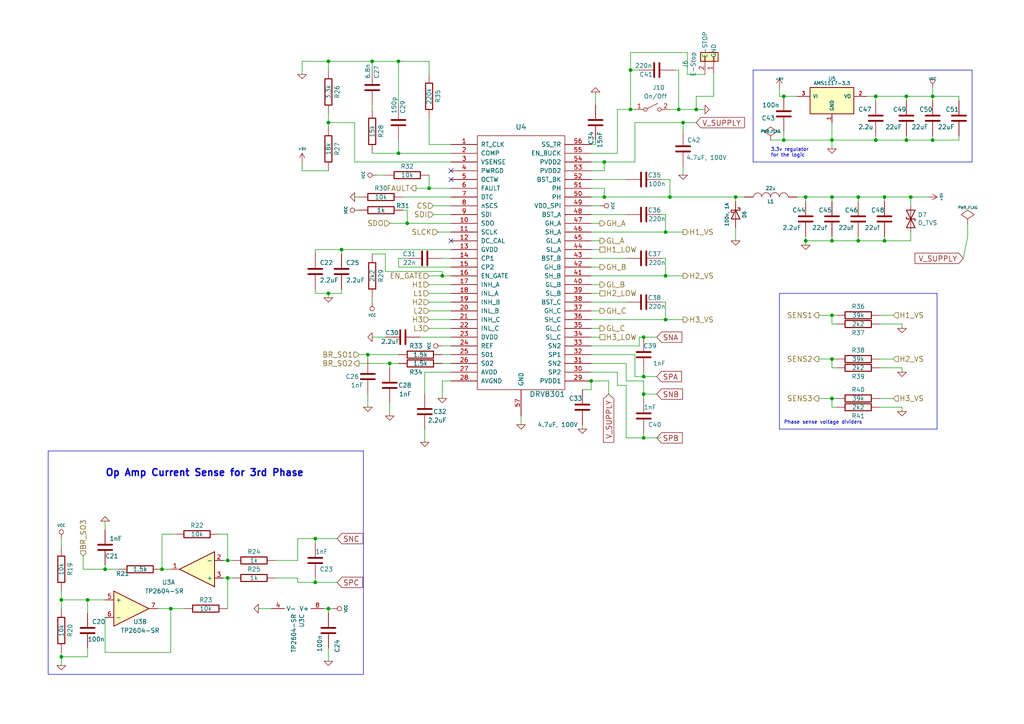
<source format=kicad_sch>
(kicad_sch (version 20230121) (generator eeschema)
  (paper "A4")
  (title_block (title "Cheap FOCer 2") (date "2020-04-08") (rev "0.9") (company "Shaman Systems") (comment 1 "Root") (comment 4 "Top level"))
  (junction (at 256.54 69.85))
  (junction (at 106.68 102.87))
  (junction (at 233.68 57.15))
  (junction (at 213.36 57.15))
  (junction (at 198.12 35.56))
  (junction (at 46.99 165.1))
  (junction (at 186.69 127))
  (junction (at 196.85 31.75))
  (junction (at 193.04 80.01))
  (junction (at 49.53 176.53))
  (junction (at 30.48 165.1))
  (junction (at 95.25 176.53))
  (junction (at 182.88 31.75))
  (junction (at 248.92 57.15))
  (junction (at 95.25 85.09))
  (junction (at 227.33 40.64))
  (junction (at 91.44 156.21))
  (junction (at 115.57 17.78))
  (junction (at 99.06 72.39))
  (junction (at 186.69 109.22))
  (junction (at 264.16 57.15))
  (junction (at 241.3 104.14))
  (junction (at 193.04 67.31))
  (junction (at 254 40.64))
  (junction (at 193.04 92.71))
  (junction (at 186.69 114.3))
  (junction (at 256.54 57.15))
  (junction (at 254 27.94))
  (junction (at 241.3 91.44))
  (junction (at 182.88 20.32))
  (junction (at 118.11 64.77))
  (junction (at 17.78 190.5))
  (junction (at 241.3 40.64))
  (junction (at 201.93 31.75))
  (junction (at 262.89 40.64))
  (junction (at 175.26 46.99))
  (junction (at 270.51 27.94))
  (junction (at 91.44 168.91))
  (junction (at 107.95 17.78))
  (junction (at 66.04 167.64))
  (junction (at 95.25 35.56))
  (junction (at 194.31 57.15))
  (junction (at 233.68 69.85))
  (junction (at 241.3 57.15))
  (junction (at 186.69 97.79))
  (junction (at 227.33 27.94))
  (junction (at 113.03 105.41))
  (junction (at 175.26 57.15))
  (junction (at 241.3 115.57))
  (junction (at 115.57 44.45))
  (junction (at 66.04 162.56))
  (junction (at 95.25 17.78))
  (junction (at 124.46 54.61))
  (junction (at 270.51 40.64))
  (junction (at 241.3 69.85))
  (junction (at 17.78 173.99))
  (junction (at 262.89 27.94))
  (junction (at 128.27 80.01))
  (junction (at 248.92 69.85))
  (junction (at 171.45 110.49))
  (junction (at 25.4 173.99))
  (no_connect (at 130.81 69.85))
  (no_connect (at 130.81 52.07))
  (no_connect (at 130.81 49.53))
  (wire (pts (xy 17.78 193.04) (xy 17.78 190.5)))
  (wire (pts (xy 255.27 106.68) (xy 261.62 106.68)))
  (wire (pts (xy 181.61 52.07) (xy 171.45 52.07)))
  (wire (pts (xy 191.77 52.07) (xy 194.31 52.07)))
  (wire (pts (xy 123.19 107.95) (xy 130.81 107.95)))
  (wire (pts (xy 255.27 91.44) (xy 259.08 91.44)))
  (wire (pts (xy 184.15 102.87) (xy 184.15 109.22)))
  (wire (pts (xy 115.57 74.93) (xy 115.57 77.47)))
  (wire (pts (xy 241.3 58.42) (xy 241.3 57.15)))
  (wire (pts (xy 182.88 20.32) (xy 182.88 31.75)))
  (wire (pts (xy 213.36 58.42) (xy 213.36 57.15)))
  (wire (pts (xy 193.04 67.31) (xy 198.12 67.31)))
  (wire (pts (xy 241.3 68.58) (xy 241.3 69.85)))
  (wire (pts (xy 237.49 115.57) (xy 241.3 115.57)))
  (wire (pts (xy 104.14 102.87) (xy 106.68 102.87)))
  (wire (pts (xy 173.99 85.09) (xy 171.45 85.09)))
  (wire (pts (xy 168.91 123.19) (xy 168.91 124.46)))
  (wire (pts (xy 49.53 189.23) (xy 49.53 176.53)))
  (wire (pts (xy 227.33 38.1) (xy 227.33 40.64)))
  (wire (pts (xy 111.76 97.79) (xy 107.95 97.79)))
  (wire (pts (xy 86.36 168.91) (xy 86.36 167.64)))
  (wire (pts (xy 241.3 115.57) (xy 242.57 115.57)))
  (wire (pts (xy 107.95 20.32) (xy 107.95 17.78)))
  (wire (pts (xy 124.46 92.71) (xy 130.81 92.71)))
  (wire (pts (xy 124.46 17.78) (xy 115.57 17.78)))
  (wire (pts (xy 95.25 49.53) (xy 87.63 49.53)))
  (wire (pts (xy 130.81 90.17) (xy 124.46 90.17)))
  (wire (pts (xy 30.48 179.07) (xy 30.48 189.23)))
  (wire (pts (xy 184.15 35.56) (xy 184.15 46.99)))
  (wire (pts (xy 181.61 62.23) (xy 171.45 62.23)))
  (wire (pts (xy 262.89 27.94) (xy 262.89 29.21)))
  (wire (pts (xy 124.46 54.61) (xy 130.81 54.61)))
  (wire (pts (xy 182.88 31.75) (xy 184.15 31.75)))
  (wire (pts (xy 113.03 120.65) (xy 113.03 116.84)))
  (wire (pts (xy 66.04 154.94) (xy 66.04 162.56)))
  (wire (pts (xy 175.26 49.53) (xy 171.45 49.53)))
  (wire (pts (xy 241.3 91.44) (xy 242.57 91.44)))
  (wire (pts (xy 242.57 118.11) (xy 241.3 118.11)))
  (wire (pts (xy 24.13 161.29) (xy 24.13 165.1)))
  (wire (pts (xy 74.93 176.53) (xy 78.74 176.53)))
  (wire (pts (xy 237.49 104.14) (xy 241.3 104.14)))
  (wire (pts (xy 49.53 176.53) (xy 45.72 176.53)))
  (wire (pts (xy 99.06 72.39) (xy 130.81 72.39)))
  (wire (pts (xy 171.45 46.99) (xy 175.26 46.99)))
  (wire (pts (xy 128.27 78.74) (xy 128.27 80.01)))
  (wire (pts (xy 128.27 110.49) (xy 128.27 115.57)))
  (wire (pts (xy 171.45 97.79) (xy 173.99 97.79)))
  (wire (pts (xy 193.04 80.01) (xy 198.12 80.01)))
  (wire (pts (xy 111.76 78.74) (xy 128.27 78.74)))
  (polyline (pts (xy 226.06 124.46) (xy 271.78 124.46)))
  (wire (pts (xy 95.25 191.77) (xy 95.25 187.96)))
  (wire (pts (xy 241.3 35.56) (xy 241.3 40.64)))
  (wire (pts (xy 241.3 40.64) (xy 254 40.64)))
  (wire (pts (xy 175.26 46.99) (xy 175.26 49.53)))
  (wire (pts (xy 198.12 38.1) (xy 198.12 35.56)))
  (wire (pts (xy 173.99 59.69) (xy 171.45 59.69)))
  (wire (pts (xy 67.31 162.56) (xy 66.04 162.56)))
  (wire (pts (xy 116.84 60.96) (xy 118.11 60.96)))
  (wire (pts (xy 181.61 74.93) (xy 171.45 74.93)))
  (wire (pts (xy 17.78 173.99) (xy 17.78 176.53)))
  (wire (pts (xy 186.69 115.57) (xy 186.69 114.3)))
  (wire (pts (xy 115.57 30.48) (xy 115.57 17.78)))
  (wire (pts (xy 124.46 95.25) (xy 130.81 95.25)))
  (wire (pts (xy 179.07 31.75) (xy 179.07 44.45)))
  (wire (pts (xy 173.99 90.17) (xy 171.45 90.17)))
  (wire (pts (xy 49.53 165.1) (xy 46.99 165.1)))
  (wire (pts (xy 50.8 154.94) (xy 46.99 154.94)))
  (wire (pts (xy 179.07 44.45) (xy 171.45 44.45)))
  (wire (pts (xy 171.45 80.01) (xy 193.04 80.01)))
  (wire (pts (xy 270.51 25.4) (xy 270.51 27.94)))
  (wire (pts (xy 86.36 156.21) (xy 86.36 162.56)))
  (wire (pts (xy 173.99 95.25) (xy 171.45 95.25)))
  (wire (pts (xy 107.95 87.63) (xy 107.95 86.36)))
  (wire (pts (xy 66.04 167.64) (xy 67.31 167.64)))
  (wire (pts (xy 193.04 74.93) (xy 191.77 74.93)))
  (wire (pts (xy 213.36 66.04) (xy 213.36 69.85)))
  (wire (pts (xy 125.73 59.69) (xy 130.81 59.69)))
  (polyline (pts (xy 281.94 20.32) (xy 218.44 20.32)))
  (wire (pts (xy 241.3 69.85) (xy 248.92 69.85)))
  (wire (pts (xy 280.67 64.77) (xy 280.67 68.58)))
  (wire (pts (xy 199.39 15.24) (xy 182.88 15.24)))
  (wire (pts (xy 241.3 40.64) (xy 241.3 43.18)))
  (wire (pts (xy 204.47 21.59) (xy 199.39 21.59)))
  (wire (pts (xy 95.25 176.53) (xy 93.98 176.53)))
  (wire (pts (xy 124.46 80.01) (xy 128.27 80.01)))
  (wire (pts (xy 193.04 62.23) (xy 191.77 62.23)))
  (wire (pts (xy 186.69 127) (xy 191.77 127)))
  (wire (pts (xy 30.48 151.13) (xy 30.48 153.67)))
  (wire (pts (xy 255.27 93.98) (xy 261.62 93.98)))
  (wire (pts (xy 262.89 27.94) (xy 270.51 27.94)))
  (wire (pts (xy 87.63 49.53) (xy 87.63 46.99)))
  (wire (pts (xy 233.68 57.15) (xy 233.68 58.42)))
  (wire (pts (xy 213.36 57.15) (xy 215.9 57.15)))
  (wire (pts (xy 130.81 85.09) (xy 124.46 85.09)))
  (wire (pts (xy 107.95 17.78) (xy 95.25 17.78)))
  (wire (pts (xy 171.45 107.95) (xy 179.07 107.95)))
  (wire (pts (xy 241.3 118.11) (xy 241.3 115.57)))
  (wire (pts (xy 278.13 39.37) (xy 278.13 40.64)))
  (wire (pts (xy 128.27 110.49) (xy 130.81 110.49)))
  (wire (pts (xy 173.99 64.77) (xy 171.45 64.77)))
  (wire (pts (xy 173.99 82.55) (xy 171.45 82.55)))
  (wire (pts (xy 91.44 85.09) (xy 91.44 83.82)))
  (wire (pts (xy 255.27 115.57) (xy 259.08 115.57)))
  (wire (pts (xy 233.68 71.12) (xy 233.68 69.85)))
  (polyline (pts (xy 13.97 130.81) (xy 105.41 130.81)))
  (wire (pts (xy 255.27 118.11) (xy 261.62 118.11)))
  (wire (pts (xy 262.89 39.37) (xy 262.89 40.64)))
  (wire (pts (xy 207.01 27.94) (xy 201.93 27.94)))
  (wire (pts (xy 241.3 106.68) (xy 242.57 106.68)))
  (wire (pts (xy 95.25 177.8) (xy 95.25 176.53)))
  (wire (pts (xy 270.51 27.94) (xy 270.51 29.21)))
  (wire (pts (xy 179.07 111.76) (xy 179.07 107.95)))
  (wire (pts (xy 124.46 87.63) (xy 130.81 87.63)))
  (wire (pts (xy 262.89 40.64) (xy 270.51 40.64)))
  (wire (pts (xy 124.46 41.91) (xy 124.46 34.29)))
  (wire (pts (xy 128.27 100.33) (xy 130.81 100.33)))
  (wire (pts (xy 130.81 64.77) (xy 118.11 64.77)))
  (wire (pts (xy 96.52 176.53) (xy 95.25 176.53)))
  (polyline (pts (xy 271.78 85.09) (xy 226.06 85.09)))
  (wire (pts (xy 113.03 105.41) (xy 115.57 105.41)))
  (wire (pts (xy 25.4 177.8) (xy 25.4 173.99)))
  (wire (pts (xy 227.33 27.94) (xy 231.14 27.94)))
  (wire (pts (xy 128.27 80.01) (xy 130.81 80.01)))
  (wire (pts (xy 128.27 74.93) (xy 130.81 74.93)))
  (wire (pts (xy 193.04 87.63) (xy 191.77 87.63)))
  (wire (pts (xy 17.78 156.21) (xy 17.78 158.75)))
  (wire (pts (xy 107.95 44.45) (xy 115.57 44.45)))
  (wire (pts (xy 201.93 27.94) (xy 201.93 31.75)))
  (wire (pts (xy 270.51 40.64) (xy 270.51 39.37)))
  (wire (pts (xy 226.06 27.94) (xy 226.06 25.4)))
  (wire (pts (xy 118.11 74.93) (xy 115.57 74.93)))
  (wire (pts (xy 25.4 173.99) (xy 30.48 173.99)))
  (wire (pts (xy 280.67 68.58) (xy 279.4 74.93)))
  (wire (pts (xy 248.92 58.42) (xy 248.92 57.15)))
  (wire (pts (xy 233.68 69.85) (xy 233.68 68.58)))
  (wire (pts (xy 30.48 165.1) (xy 34.29 165.1)))
  (wire (pts (xy 102.87 46.99) (xy 102.87 35.56)))
  (wire (pts (xy 256.54 58.42) (xy 256.54 57.15)))
  (wire (pts (xy 17.78 173.99) (xy 25.4 173.99)))
  (wire (pts (xy 95.25 20.32) (xy 95.25 17.78)))
  (wire (pts (xy 171.45 92.71) (xy 193.04 92.71)))
  (wire (pts (xy 237.49 91.44) (xy 241.3 91.44)))
  (wire (pts (xy 91.44 157.48) (xy 91.44 156.21)))
  (wire (pts (xy 151.13 120.65) (xy 151.13 123.19)))
  (polyline (pts (xy 13.97 195.58) (xy 105.41 195.58)))
  (wire (pts (xy 241.3 104.14) (xy 241.3 106.68)))
  (wire (pts (xy 199.39 21.59) (xy 199.39 15.24)))
  (wire (pts (xy 186.69 127) (xy 181.61 127)))
  (wire (pts (xy 91.44 168.91) (xy 97.79 168.91)))
  (wire (pts (xy 186.69 114.3) (xy 190.5 114.3)))
  (wire (pts (xy 99.06 73.66) (xy 99.06 72.39)))
  (wire (pts (xy 255.27 104.14) (xy 259.08 104.14)))
  (wire (pts (xy 196.85 31.75) (xy 201.93 31.75)))
  (wire (pts (xy 109.22 50.8) (xy 111.76 50.8)))
  (wire (pts (xy 185.42 20.32) (xy 182.88 20.32)))
  (wire (pts (xy 179.07 31.75) (xy 182.88 31.75)))
  (wire (pts (xy 128.27 105.41) (xy 130.81 105.41)))
  (wire (pts (xy 91.44 156.21) (xy 97.79 156.21)))
  (wire (pts (xy 104.14 105.41) (xy 113.03 105.41)))
  (wire (pts (xy 46.99 154.94) (xy 46.99 165.1)))
  (wire (pts (xy 175.26 57.15) (xy 194.31 57.15)))
  (wire (pts (xy 87.63 17.78) (xy 87.63 21.59)))
  (wire (pts (xy 17.78 190.5) (xy 17.78 189.23)))
  (wire (pts (xy 181.61 127) (xy 181.61 111.76)))
  (wire (pts (xy 186.69 125.73) (xy 186.69 127)))
  (wire (pts (xy 241.3 57.15) (xy 248.92 57.15)))
  (wire (pts (xy 186.69 109.22) (xy 184.15 109.22)))
  (polyline (pts (xy 281.94 46.99) (xy 281.94 20.32)))
  (wire (pts (xy 128.27 102.87) (xy 130.81 102.87)))
  (wire (pts (xy 227.33 40.64) (xy 241.3 40.64)))
  (wire (pts (xy 106.68 104.14) (xy 106.68 102.87)))
  (wire (pts (xy 106.68 118.11) (xy 106.68 114.3)))
  (wire (pts (xy 25.4 187.96) (xy 25.4 190.5)))
  (wire (pts (xy 173.99 69.85) (xy 171.45 69.85)))
  (wire (pts (xy 115.57 40.64) (xy 115.57 44.45)))
  (wire (pts (xy 185.42 97.79) (xy 185.42 100.33)))
  (wire (pts (xy 171.45 54.61) (xy 175.26 54.61)))
  (wire (pts (xy 91.44 168.91) (xy 86.36 168.91)))
  (wire (pts (xy 181.61 111.76) (xy 179.07 111.76)))
  (wire (pts (xy 171.45 113.03) (xy 168.91 113.03)))
  (wire (pts (xy 185.42 97.79) (xy 186.69 97.79)))
  (wire (pts (xy 30.48 163.83) (xy 30.48 165.1)))
  (wire (pts (xy 241.3 93.98) (xy 241.3 91.44)))
  (polyline (pts (xy 218.44 46.99) (xy 281.94 46.99)))
  (wire (pts (xy 184.15 46.99) (xy 175.26 46.99)))
  (wire (pts (xy 66.04 176.53) (xy 66.04 167.64)))
  (wire (pts (xy 256.54 57.15) (xy 264.16 57.15)))
  (wire (pts (xy 241.3 104.14) (xy 242.57 104.14)))
  (wire (pts (xy 207.01 21.59) (xy 207.01 27.94)))
  (wire (pts (xy 53.34 176.53) (xy 49.53 176.53)))
  (wire (pts (xy 99.06 85.09) (xy 95.25 85.09)))
  (wire (pts (xy 248.92 57.15) (xy 256.54 57.15)))
  (wire (pts (xy 130.81 46.99) (xy 102.87 46.99)))
  (polyline (pts (xy 105.41 130.81) (xy 105.41 195.58)))
  (wire (pts (xy 256.54 69.85) (xy 248.92 69.85)))
  (wire (pts (xy 171.45 72.39) (xy 173.99 72.39)))
  (polyline (pts (xy 226.06 85.09) (xy 226.06 124.46)))
  (wire (pts (xy 86.36 156.21) (xy 91.44 156.21)))
  (wire (pts (xy 181.61 110.49) (xy 186.69 110.49)))
  (wire (pts (xy 91.44 167.64) (xy 91.44 168.91)))
  (wire (pts (xy 107.95 73.66) (xy 111.76 73.66)))
  (wire (pts (xy 172.72 41.91) (xy 172.72 40.64)))
  (wire (pts (xy 175.26 54.61) (xy 175.26 57.15)))
  (wire (pts (xy 194.31 52.07) (xy 194.31 57.15)))
  (wire (pts (xy 193.04 74.93) (xy 193.04 80.01)))
  (wire (pts (xy 173.99 77.47) (xy 171.45 77.47)))
  (wire (pts (xy 111.76 73.66) (xy 111.76 78.74)))
  (wire (pts (xy 80.01 167.64) (xy 86.36 167.64)))
  (wire (pts (xy 171.45 41.91) (xy 172.72 41.91)))
  (wire (pts (xy 125.73 62.23) (xy 130.81 62.23)))
  (wire (pts (xy 193.04 87.63) (xy 193.04 92.71)))
  (wire (pts (xy 186.69 109.22) (xy 190.5 109.22)))
  (wire (pts (xy 171.45 110.49) (xy 176.53 110.49)))
  (wire (pts (xy 186.69 97.79) (xy 190.5 97.79)))
  (wire (pts (xy 106.68 102.87) (xy 115.57 102.87)))
  (wire (pts (xy 256.54 68.58) (xy 256.54 69.85)))
  (wire (pts (xy 233.68 69.85) (xy 241.3 69.85)))
  (wire (pts (xy 195.58 20.32) (xy 196.85 20.32)))
  (wire (pts (xy 278.13 27.94) (xy 278.13 29.21)))
  (wire (pts (xy 124.46 50.8) (xy 124.46 54.61)))
  (wire (pts (xy 254 40.64) (xy 254 39.37)))
  (wire (pts (xy 193.04 92.71) (xy 198.12 92.71)))
  (wire (pts (xy 25.4 190.5) (xy 17.78 190.5)))
  (wire (pts (xy 95.25 85.09) (xy 91.44 85.09)))
  (wire (pts (xy 99.06 83.82) (xy 99.06 85.09)))
  (wire (pts (xy 121.92 97.79) (xy 130.81 97.79)))
  (wire (pts (xy 95.25 33.02) (xy 95.25 35.56)))
  (wire (pts (xy 172.72 26.67) (xy 172.72 30.48)))
  (wire (pts (xy 113.03 106.68) (xy 113.03 105.41)))
  (wire (pts (xy 254 27.94) (xy 254 29.21)))
  (wire (pts (xy 242.57 93.98) (xy 241.3 93.98)))
  (wire (pts (xy 226.06 27.94) (xy 227.33 27.94)))
  (wire (pts (xy 123.19 107.95) (xy 123.19 114.3)))
  (wire (pts (xy 176.53 110.49) (xy 176.53 114.3)))
  (wire (pts (xy 171.45 67.31) (xy 193.04 67.31)))
  (wire (pts (xy 123.19 128.27) (xy 123.19 124.46)))
  (wire (pts (xy 196.85 20.32) (xy 196.85 31.75)))
  (wire (pts (xy 181.61 105.41) (xy 181.61 110.49)))
  (wire (pts (xy 115.57 17.78) (xy 107.95 17.78)))
  (wire (pts (xy 248.92 69.85) (xy 248.92 68.58)))
  (wire (pts (xy 171.45 113.03) (xy 171.45 110.49)))
  (wire (pts (xy 116.84 57.15) (xy 130.81 57.15)))
  (wire (pts (xy 124.46 54.61) (xy 120.65 54.61)))
  (wire (pts (xy 107.95 31.75) (xy 107.95 30.48)))
  (wire (pts (xy 64.77 167.64) (xy 66.04 167.64)))
  (wire (pts (xy 171.45 105.41) (xy 181.61 105.41)))
  (wire (pts (xy 95.25 85.09) (xy 95.25 86.36)))
  (wire (pts (xy 264.16 57.15) (xy 264.16 59.69)))
  (wire (pts (xy 171.45 57.15) (xy 175.26 57.15)))
  (wire (pts (xy 270.51 27.94) (xy 278.13 27.94)))
  (wire (pts (xy 261.62 106.68) (xy 261.62 107.95)))
  (wire (pts (xy 91.44 72.39) (xy 99.06 72.39)))
  (wire (pts (xy 95.25 35.56) (xy 95.25 36.83)))
  (wire (pts (xy 194.31 31.75) (xy 196.85 31.75)))
  (wire (pts (xy 171.45 100.33) (xy 185.42 100.33)))
  (wire (pts (xy 278.13 40.64) (xy 270.51 40.64)))
  (wire (pts (xy 254 40.64) (xy 262.89 40.64)))
  (wire (pts (xy 171.45 87.63) (xy 181.61 87.63)))
  (wire (pts (xy 127 67.31) (xy 130.81 67.31)))
  (wire (pts (xy 118.11 60.96) (xy 118.11 64.77)))
  (wire (pts (xy 254 27.94) (xy 262.89 27.94)))
  (wire (pts (xy 264.16 69.85) (xy 256.54 69.85)))
  (polyline (pts (xy 13.97 195.58) (xy 13.97 130.81)))
  (wire (pts (xy 186.69 110.49) (xy 186.69 114.3)))
  (wire (pts (xy 231.14 57.15) (xy 233.68 57.15)))
  (wire (pts (xy 63.5 154.94) (xy 66.04 154.94)))
  (wire (pts (xy 264.16 57.15) (xy 269.24 57.15)))
  (wire (pts (xy 201.93 31.75) (xy 204.47 31.75)))
  (wire (pts (xy 223.52 40.64) (xy 227.33 40.64)))
  (polyline (pts (xy 218.44 20.32) (xy 218.44 46.99)))
  (wire (pts (xy 251.46 27.94) (xy 254 27.94)))
  (wire (pts (xy 104.14 57.15) (xy 102.87 57.15)))
  (wire (pts (xy 264.16 67.31) (xy 264.16 69.85)))
  (wire (pts (xy 261.62 93.98) (xy 261.62 95.25)))
  (wire (pts (xy 17.78 171.45) (xy 17.78 173.99)))
  (wire (pts (xy 171.45 102.87) (xy 184.15 102.87)))
  (wire (pts (xy 186.69 107.95) (xy 186.69 109.22)))
  (wire (pts (xy 193.04 62.23) (xy 193.04 67.31)))
  (polyline (pts (xy 271.78 124.46) (xy 271.78 85.09)))
  (wire (pts (xy 124.46 82.55) (xy 130.81 82.55)))
  (wire (pts (xy 118.11 64.77) (xy 113.03 64.77)))
  (wire (pts (xy 80.01 162.56) (xy 86.36 162.56)))
  (wire (pts (xy 182.88 15.24) (xy 182.88 20.32)))
  (wire (pts (xy 115.57 44.45) (xy 130.81 44.45)))
  (wire (pts (xy 102.87 35.56) (xy 95.25 35.56)))
  (wire (pts (xy 184.15 35.56) (xy 198.12 35.56)))
  (wire (pts (xy 24.13 165.1) (xy 30.48 165.1)))
  (wire (pts (xy 198.12 35.56) (xy 201.93 35.56)))
  (wire (pts (xy 124.46 41.91) (xy 130.81 41.91)))
  (wire (pts (xy 115.57 77.47) (xy 130.81 77.47)))
  (wire (pts (xy 261.62 118.11) (xy 261.62 119.38)))
  (wire (pts (xy 91.44 73.66) (xy 91.44 72.39)))
  (wire (pts (xy 95.25 17.78) (xy 87.63 17.78)))
  (wire (pts (xy 30.48 189.23) (xy 49.53 189.23)))
  (wire (pts (xy 124.46 21.59) (xy 124.46 17.78)))
  (wire (pts (xy 194.31 57.15) (xy 213.36 57.15)))
  (wire (pts (xy 198.12 48.26) (xy 198.12 50.8)))
  (wire (pts (xy 233.68 57.15) (xy 241.3 57.15)))
  (wire (pts (xy 66.04 162.56) (xy 64.77 162.56)))
  (text "3.3v regulator\nfor the logic" (at 223.52 45.72 0) (effects (font (size 1.016 1.016)) (justify left bottom)))
  (text "Phase sense voltage dividers" (at 227.33 123.19 0) (effects (font (size 1.016 1.016)) (justify left bottom)))
  (text "Op Amp Current Sense for 3rd Phase" (at 30.48 138.43 0) (effects (font (size 2.0066 2.0066) (thickness 0.4013) bold) (justify left bottom)))
  (global_label "SPC" (shape input) (at 97.79 168.91 0) (effects (font (size 1.524 1.524))) (property "Intersheetrefs" "${INTERSHEET_REFS}" (effects hide)))
  (global_label "SNA" (shape input) (at 190.5 97.79 0) (effects (font (size 1.524 1.524))) (property "Intersheetrefs" "${INTERSHEET_REFS}" (effects hide)))
  (global_label "SPB" (shape input) (at 190.5 127 0) (effects (font (size 1.524 1.524))) (property "Intersheetrefs" "${INTERSHEET_REFS}" (effects hide)))
  (global_label "V_SUPPLY" (shape input) (at 279.4 74.93 180) (effects (font (size 1.524 1.524))) (property "Intersheetrefs" "${INTERSHEET_REFS}" (effects hide)))
  (global_label "V_SUPPLY" (shape input) (at 176.53 114.3 270) (effects (font (size 1.524 1.524))) (property "Intersheetrefs" "${INTERSHEET_REFS}" (effects hide)))
  (global_label "SPA" (shape input) (at 190.5 109.22 0) (effects (font (size 1.524 1.524))) (property "Intersheetrefs" "${INTERSHEET_REFS}" (effects hide)))
  (global_label "SNB" (shape input) (at 190.5 114.3 0) (effects (font (size 1.524 1.524))) (property "Intersheetrefs" "${INTERSHEET_REFS}" (effects hide)))
  (global_label "SNC" (shape input) (at 97.79 156.21 0) (effects (font (size 1.524 1.524))) (property "Intersheetrefs" "${INTERSHEET_REFS}" (effects hide)))
  (global_label "V_SUPPLY" (shape input) (at 201.93 35.56 0) (effects (font (size 1.524 1.524))) (property "Intersheetrefs" "${INTERSHEET_REFS}" (effects hide)))
  (hierarchical_label "H1_VS" (shape input) (at 259.08 91.44 0) (effects (font (size 1.524 1.524))))
  (hierarchical_label "H3_LOW" (shape passive) (at 173.99 97.79 0) (effects (font (size 1.524 1.524))))
  (hierarchical_label "H3_VS" (shape output) (at 198.12 92.71 0) (effects (font (size 1.524 1.524))))
  (hierarchical_label "H3_VS" (shape input) (at 259.08 115.57 0) (effects (font (size 1.524 1.524))))
  (hierarchical_label "L1" (shape input) (at 124.46 85.09 180) (effects (font (size 1.524 1.524))))
  (hierarchical_label "BR_SO3" (shape input) (at 24.13 161.29 90) (effects (font (size 1.524 1.524))))
  (hierarchical_label "H2_VS" (shape output) (at 198.12 80.01 0) (effects (font (size 1.524 1.524))))
  (hierarchical_label "SENS1" (shape output) (at 237.49 91.44 180) (effects (font (size 1.524 1.524))))
  (hierarchical_label "SDI" (shape input) (at 125.73 62.23 180) (effects (font (size 1.524 1.524))))
  (hierarchical_label "EN_GATE" (shape input) (at 124.46 80.01 180) (effects (font (size 1.524 1.524))))
  (hierarchical_label "H1" (shape input) (at 124.46 82.55 180) (effects (font (size 1.524 1.524))))
  (hierarchical_label "H2_LOW" (shape passive) (at 173.99 85.09 0) (effects (font (size 1.524 1.524))))
  (hierarchical_label "FAULT" (shape output) (at 120.65 54.61 180) (effects (font (size 1.524 1.524))))
  (hierarchical_label "H3" (shape input) (at 124.46 92.71 180) (effects (font (size 1.524 1.524))))
  (hierarchical_label "GL_A" (shape output) (at 173.99 69.85 0) (effects (font (size 1.524 1.524))))
  (hierarchical_label "H2_VS" (shape input) (at 259.08 104.14 0) (effects (font (size 1.524 1.524))))
  (hierarchical_label "L2" (shape input) (at 124.46 90.17 180) (effects (font (size 1.524 1.524))))
  (hierarchical_label "GH_A" (shape output) (at 173.99 64.77 0) (effects (font (size 1.524 1.524))))
  (hierarchical_label "CS" (shape input) (at 125.73 59.69 180) (effects (font (size 1.524 1.524))))
  (hierarchical_label "BR_SO1" (shape input) (at 104.14 102.87 180) (effects (font (size 1.524 1.524))))
  (hierarchical_label "H1_LOW" (shape passive) (at 173.99 72.39 0) (effects (font (size 1.524 1.524))))
  (hierarchical_label "SLCK" (shape input) (at 127 67.31 180) (effects (font (size 1.524 1.524))))
  (hierarchical_label "L3" (shape input) (at 124.46 95.25 180) (effects (font (size 1.524 1.524))))
  (hierarchical_label "SENS2" (shape output) (at 237.49 104.14 180) (effects (font (size 1.524 1.524))))
  (hierarchical_label "GH_B" (shape output) (at 173.99 77.47 0) (effects (font (size 1.524 1.524))))
  (hierarchical_label "SDO" (shape input) (at 113.03 64.77 180) (effects (font (size 1.524 1.524))))
  (hierarchical_label "SENS3" (shape output) (at 237.49 115.57 180) (effects (font (size 1.524 1.524))))
  (hierarchical_label "GH_C" (shape output) (at 173.99 90.17 0) (effects (font (size 1.524 1.524))))
  (hierarchical_label "GL_C" (shape output) (at 173.99 95.25 0) (effects (font (size 1.524 1.524))))
  (hierarchical_label "H1_VS" (shape output) (at 198.12 67.31 0) (effects (font (size 1.524 1.524))))
  (hierarchical_label "H2" (shape input) (at 124.46 87.63 180) (effects (font (size 1.524 1.524))))
  (hierarchical_label "BR_SO2" (shape output) (at 104.14 105.41 180) (effects (font (size 1.524 1.524))))
  (hierarchical_label "GL_B" (shape output) (at 173.99 82.55 0) (effects (font (size 1.524 1.524))))
  (symbol (lib_id "BLDC_4-rescue:R-RESCUE-BLDC_4") (at 248.92 91.44 270) (unit 1)
    (property "Reference" "R36" (at 248.92 88.9 90))
    (property "Value" "39k" (at 248.92 91.44 90))
    (property "Footprint" "Resistor_SMD:R_0603_1608Metric" (effects hide))
    (property "LCSC Part#" "C23153" (effects hide))
    (property "LSCS Part #" "C23153" (effects hide))
    (property "LCSC Part #" "C23153" (effects hide))
  )
  (symbol (lib_id "BLDC_4-rescue:R-RESCUE-BLDC_4") (at 248.92 93.98 270) (unit 1)
    (property "Reference" "R37" (at 248.92 96.52 90))
    (property "Value" "2k2" (at 248.92 93.98 90))
    (property "Footprint" "Resistor_SMD:R_0603_1608Metric" (effects hide))
    (property "LCSC Part#" "C4190" (effects hide))
    (property "LSCS Part #" "C4190" (effects hide))
    (property "LCSC Part #" "C4190" (effects hide))
  )
  (symbol (lib_id "BLDC_4-rescue:GND-RESCUE-BLDC_4") (at 261.62 95.25 0) (unit 1)
    (property "Reference" "#PWR074" (effects hide))
    (property "Value" "GND" (effects hide))
  )
  (symbol (lib_id "BLDC_4-rescue:GND-RESCUE-BLDC_4") (at 261.62 107.95 0) (unit 1)
    (property "Reference" "#PWR075" (effects hide))
    (property "Value" "GND" (effects hide))
  )
  (symbol (lib_id "BLDC_4-rescue:R-RESCUE-BLDC_4") (at 248.92 106.68 270) (unit 1)
    (property "Reference" "R39" (at 248.92 109.22 90))
    (property "Value" "2k2" (at 248.92 106.68 90))
    (property "Footprint" "Resistor_SMD:R_0603_1608Metric" (effects hide))
    (property "LCSC Part#" "C4190" (effects hide))
    (property "LSCS Part #" "C4190" (effects hide))
    (property "LCSC Part #" "C4190" (effects hide))
  )
  (symbol (lib_id "BLDC_4-rescue:R-RESCUE-BLDC_4") (at 248.92 118.11 270) (unit 1)
    (property "Reference" "R41" (at 248.92 120.65 90))
    (property "Value" "2k2" (at 248.92 118.11 90))
    (property "Footprint" "Resistor_SMD:R_0603_1608Metric" (effects hide))
    (property "LCSC Part#" "C4190" (effects hide))
    (property "LSCS Part #" "C4190" (effects hide))
    (property "LCSC Part #" "C4190" (effects hide))
  )
  (symbol (lib_id "BLDC_4-rescue:GND-RESCUE-BLDC_4") (at 261.62 119.38 0) (unit 1)
    (property "Reference" "#PWR076" (effects hide))
    (property "Value" "GND" (effects hide))
  )
  (symbol (lib_id "BLDC_4-rescue:DRV8301") (at 151.13 85.09 0) (unit 1)
    (property "Reference" "U4" (at 151.13 36.83 0) (effects (font (size 1.524 1.524))))
    (property "Value" "DRV8301" (at 158.75 114.3 0) (effects (font (size 1.524 1.524))))
    (property "Footprint" "Package_SO:HTSSOP-56-1EP_6.1x14mm_P0.5mm_EP3.61x6.35mm" (effects hide))
    (property "Datasheet" "http://www.ti.com/lit/ds/symlink/drv8353r.pdf" (effects hide))
    (property "LCSC Part#" "C98969" (effects hide))
    (property "LSCS Part #" "C98969" (effects hide))
    (property "LCSC Part #" "C98969" (effects hide))
  )
  (symbol (lib_id "BLDC_4-rescue:INDUCTOR") (at 223.52 57.15 90) (unit 1)
    (property "Reference" "L1" (at 223.52 58.42 90) (effects (font (size 1.016 1.016))))
    (property "Value" "22u" (at 223.52 54.61 90) (effects (font (size 1.016 1.016))))
    (property "Footprint" "Inductor_SMD:L_Taiyo-Yuden_NR-60xx_HandSoldering" (effects hide))
    (property "LCSC Part#" "C266430" (effects hide))
    (property "LSCS Part #" "C266430" (effects hide))
    (property "LCSC Part #" "C266430" (effects hide))
  )
  (symbol (lib_id "BLDC_4-rescue:C-RESCUE-BLDC_4") (at 254 34.29 0) (unit 1)
    (property "Reference" "C47" (at 248.92 31.75 0) (effects (justify left)))
    (property "Value" "2.2u" (at 248.92 36.83 0) (effects (justify left)))
    (property "Footprint" "Capacitor_SMD:C_0603_1608Metric" (effects hide))
    (property "LCSC Part#" "C23630" (effects hide))
    (property "LSCS Part #" "C23630" (effects hide))
    (property "LCSC Part #" "C23630" (effects hide))
  )
  (symbol (lib_id "BLDC_4-rescue:GND-RESCUE-BLDC_4") (at 241.3 43.18 0) (unit 1)
    (property "Reference" "#PWR073" (effects hide))
    (property "Value" "GND" (effects hide))
  )
  (symbol (lib_id "BLDC_4-rescue:VCC") (at 270.51 25.4 0) (unit 1)
    (property "Reference" "#PWR078" (effects hide))
    (property "Value" "VCC" (at 270.51 22.86 0) (effects (font (size 0.762 0.762))))
  )
  (symbol (lib_id "BLDC_4-rescue:PWR_FLAG") (at 223.52 40.64 0) (unit 1)
    (property "Reference" "#FLG01" (effects hide))
    (property "Value" "PWR_FLAG" (at 223.52 38.1 0) (effects (font (size 0.762 0.762))))
  )
  (symbol (lib_id "BLDC_4-rescue:PWR_FLAG") (at 280.67 64.77 0) (unit 1)
    (property "Reference" "#FLG02" (effects hide))
    (property "Value" "PWR_FLAG" (at 280.67 60.198 0) (effects (font (size 0.762 0.762))))
  )
  (symbol (lib_id "BLDC_4-rescue:NCP1117ST33T3G") (at 241.3 29.21 0) (unit 1)
    (property "Reference" "U5" (at 241.3 22.86 0) (effects (font (size 1.016 1.016))))
    (property "Value" "AMS1117-3.3" (at 241.3 24.13 0) (effects (font (size 1.016 1.016))))
    (property "Footprint" "Package_TO_SOT_SMD:SOT-223-3_TabPin2" (effects hide))
    (property "LCSC Part#" "C6186" (effects hide))
    (property "LSCS Part #" "C6186" (effects hide))
    (property "LCSC Part #" "C6186" (effects hide))
  )
  (symbol (lib_id "BLDC_4-rescue:GND-RESCUE-BLDC_4") (at 87.63 21.59 0) (unit 1)
    (property "Reference" "#PWR049" (effects hide))
    (property "Value" "GND" (effects hide))
  )
  (symbol (lib_id "BLDC_4-rescue:C-RESCUE-BLDC_4") (at 115.57 35.56 0) (unit 1)
    (property "Reference" "C29" (at 116.84 33.02 90) (effects (justify left)))
    (property "Value" "150p" (at 114.3 33.02 90) (effects (justify left)))
    (property "Footprint" "Capacitor_SMD:C_0603_1608Metric" (effects hide))
    (property "LCSC Part#" "C1594" (effects hide))
    (property "LSCS Part #" "C1594" (effects hide))
    (property "LCSC Part #" "C1594" (effects hide))
  )
  (symbol (lib_id "BLDC_4-rescue:C-RESCUE-BLDC_4") (at 168.91 118.11 180) (unit 1)
    (property "Reference" "C33" (at 168.91 115.57 0) (effects (justify left)))
    (property "Value" "4.7uF, 100V" (at 167.64 123.19 0) (effects (justify left)))
    (property "Footprint" "Capacitor_SMD:C_1210_3225Metric_Pad1.42x2.65mm_HandSolder" (effects hide))
    (property "LCSC Part#" "C385986" (effects hide))
    (property "LSCS Part #" "C385986" (effects hide))
    (property "LCSC Part #" "C385986" (effects hide))
  )
  (symbol (lib_id "BLDC_4-rescue:GND-RESCUE-BLDC_4") (at 151.13 123.19 0) (unit 1)
    (property "Reference" "#PWR064" (effects hide))
    (property "Value" "GND" (effects hide))
  )
  (symbol (lib_id "BLDC_4-rescue:GND-RESCUE-BLDC_4") (at 168.91 124.46 0) (unit 1)
    (property "Reference" "#PWR065" (effects hide))
    (property "Value" "GND" (effects hide))
  )
  (symbol (lib_id "BLDC_4-rescue:GND-RESCUE-BLDC_4") (at 198.12 50.8 0) (unit 1)
    (property "Reference" "#PWR068" (effects hide))
    (property "Value" "GND" (effects hide))
  )
  (symbol (lib_id "Device:D_Schottky") (at 213.36 62.23 270) (unit 1)
    (property "Reference" "D6" (at 215.9 62.23 0) (effects (font (size 1.016 1.016))))
    (property "Value" "100v, 1A" (at 210.82 62.23 0) (effects (font (size 1.016 1.016))))
    (property "Footprint" "Diode_SMD:D_SMA" (effects hide))
    (property "LCSC Part#" "C224219" (effects hide))
    (property "LSCS Part #" "C224219" (effects hide))
    (property "LCSC Part #" "C224219" (effects hide))
  )
  (symbol (lib_id "power:+5V") (at 226.06 25.4 0) (unit 1)
    (property "Reference" "#PWR071" (effects hide))
    (property "Value" "+5V" (at 226.06 22.86 0) (effects (font (size 0.762 0.762))))
  )
  (symbol (lib_id "BLDC_4-rescue:C-RESCUE-BLDC_4") (at 123.19 74.93 90) (unit 1)
    (property "Reference" "C31" (at 120.65 73.66 90) (effects (justify left)))
    (property "Value" "22n" (at 120.65 76.2 90) (effects (justify left)))
    (property "Footprint" "Capacitor_SMD:C_0603_1608Metric" (effects hide))
    (property "LCSC Part#" "C21122" (effects hide))
    (property "LSCS Part #" "C21122" (effects hide))
    (property "LCSC Part #" "C21122" (effects hide))
  )
  (symbol (lib_id "BLDC_4-rescue:C-RESCUE-BLDC_4") (at 116.84 97.79 270) (unit 1)
    (property "Reference" "C30" (at 111.76 96.52 90) (effects (justify left)))
    (property "Value" "2.2uF" (at 110.49 99.06 90) (effects (justify left)))
    (property "Footprint" "Capacitor_SMD:C_0603_1608Metric" (effects hide))
    (property "LCSC Part#" "C23630" (effects hide))
    (property "LSCS Part #" "C23630" (effects hide))
    (property "LCSC Part #" "C23630" (effects hide))
  )
  (symbol (lib_id "BLDC_4-rescue:C-RESCUE-BLDC_4") (at 123.19 119.38 180) (unit 1)
    (property "Reference" "C32" (at 129.54 119.38 0) (effects (justify left)))
    (property "Value" "2.2uF" (at 129.54 121.92 0) (effects (justify left)))
    (property "Footprint" "Capacitor_SMD:C_0603_1608Metric" (effects hide))
    (property "LCSC Part#" "C23630" (effects hide))
    (property "LSCS Part #" "C23630" (effects hide))
    (property "LCSC Part #" "C23630" (effects hide))
  )
  (symbol (lib_id "Switch:SW_SPST") (at 189.23 31.75 0) (unit 1)
    (property "Reference" "J10" (at 189.23 25.4 0) (effects (justify left)))
    (property "Value" "On/Off" (at 186.69 27.94 0) (effects (justify left)))
    (property "Footprint" "Connector_JST:JST_PH_B2B-PH-K_1x02_P2.00mm_Vertical" (effects hide))
  )
  (symbol (lib_id "BLDC_4-rescue:C-RESCUE-BLDC_4") (at 227.33 33.02 180) (unit 1)
    (property "Reference" "C43" (at 224.79 34.29 0) (effects (justify left)))
    (property "Value" "100n" (at 226.06 30.48 0) (effects (justify left)))
    (property "Footprint" "Capacitor_SMD:C_0603_1608Metric" (effects hide))
    (property "LCSC Part#" "C14663" (effects hide))
    (property "LSCS Part #" "C14663" (effects hide))
    (property "LCSC Part #" "C14663" (effects hide))
  )
  (symbol (lib_id "BLDC_4-rescue:R-RESCUE-BLDC_4") (at 118.11 50.8 90) (unit 1)
    (property "Reference" "R32" (at 118.11 48.26 90))
    (property "Value" "10k" (at 118.11 50.8 90))
    (property "Footprint" "Resistor_SMD:R_0603_1608Metric" (effects hide))
    (property "LCSC Part#" "C25804" (effects hide))
    (property "LSCS Part #" "C25804" (effects hide))
    (property "LCSC Part #" "C25804" (effects hide))
  )
  (symbol (lib_id "BLDC_4-rescue:R-RESCUE-BLDC_4") (at 124.46 27.94 180) (unit 1)
    (property "Reference" "R35" (at 127 27.94 90))
    (property "Value" "220k" (at 124.46 27.94 90))
    (property "Footprint" "Resistor_SMD:R_0603_1608Metric" (effects hide))
    (property "LCSC Part#" "C22961" (effects hide))
    (property "LSCS Part #" "C22961" (effects hide))
    (property "LCSC Part #" "C22961" (effects hide))
  )
  (symbol (lib_id "BLDC_4-rescue:C-RESCUE-BLDC_4") (at 241.3 63.5 180) (unit 1)
    (property "Reference" "C45" (at 241.3 60.96 0) (effects (justify left)))
    (property "Value" "22uf" (at 240.03 66.04 0) (effects (justify left)))
    (property "Footprint" "Capacitor_SMD:C_0805_2012Metric" (effects hide))
    (property "LCSC Part#" "C45783" (effects hide))
    (property "LSCS Part #" "C45783" (effects hide))
    (property "LCSC Part #" "C45783" (effects hide))
  )
  (symbol (lib_id "BLDC_4-rescue:C-RESCUE-BLDC_4") (at 248.92 63.5 180) (unit 1)
    (property "Reference" "C46" (at 248.92 60.96 0) (effects (justify left)))
    (property "Value" "22uf" (at 247.65 66.04 0) (effects (justify left)))
    (property "Footprint" "Capacitor_SMD:C_0805_2012Metric" (effects hide))
    (property "LCSC Part#" "C45783" (effects hide))
    (property "LSCS Part #" "C45783" (effects hide))
    (property "LCSC Part #" "C45783" (effects hide))
  )
  (symbol (lib_id "BLDC_4-rescue:R-RESCUE-BLDC_4") (at 107.95 80.01 0) (unit 1)
    (property "Reference" "R29" (at 110.49 80.01 90))
    (property "Value" "2k2" (at 107.95 80.01 90))
    (property "Footprint" "Resistor_SMD:R_0603_1608Metric" (effects hide))
    (property "LCSC Part#" "C4190" (effects hide))
    (property "LSCS Part #" "C4190" (effects hide))
    (property "LCSC Part #" "C4190" (effects hide))
  )
  (symbol (lib_id "power:+5V") (at 269.24 57.15 270) (unit 1)
    (property "Reference" "#PWR077" (effects hide))
    (property "Value" "+5V" (at 273.05 57.15 0) (effects (font (size 0.762 0.762))))
  )
  (symbol (lib_id "BLDC_4-rescue:C-RESCUE-BLDC_4") (at 107.95 25.4 0) (unit 1)
    (property "Reference" "C27" (at 109.22 22.86 90) (effects (justify left)))
    (property "Value" "6.8n" (at 106.68 22.86 90) (effects (justify left)))
    (property "Footprint" "Capacitor_SMD:C_0603_1608Metric" (effects hide))
    (property "LCSC Part#" "C1631" (effects hide))
    (property "LSCS Part #" "C1631" (effects hide))
    (property "LCSC Part #" "C1631" (effects hide))
  )
  (symbol (lib_id "BLDC_4-rescue:R-RESCUE-BLDC_4") (at 95.25 26.67 180) (unit 1)
    (property "Reference" "R26" (at 97.79 26.67 90))
    (property "Value" "3.3k" (at 95.25 26.67 90))
    (property "Footprint" "Resistor_SMD:R_0603_1608Metric" (effects hide))
    (property "LCSC Part#" "C22978" (effects hide))
    (property "LSCS Part #" "C22978" (effects hide))
    (property "LCSC Part #" "C22978" (effects hide))
  )
  (symbol (lib_id "BLDC_4-rescue:C-RESCUE-BLDC_4") (at 262.89 34.29 180) (unit 1)
    (property "Reference" "C49" (at 262.89 31.75 0) (effects (justify left)))
    (property "Value" "22uF" (at 261.62 36.83 0) (effects (justify left)))
    (property "Footprint" "Capacitor_SMD:C_0805_2012Metric" (effects hide))
    (property "LCSC Part#" "C45783" (effects hide))
    (property "LSCS Part #" "C45783" (effects hide))
    (property "LCSC Part #" "C45783" (effects hide))
  )
  (symbol (lib_id "BLDC_4-rescue:R-RESCUE-BLDC_4") (at 95.25 43.18 180) (unit 1)
    (property "Reference" "R27" (at 97.79 43.18 90))
    (property "Value" "18k" (at 95.25 43.18 90))
    (property "Footprint" "Resistor_SMD:R_0603_1608Metric" (effects hide))
    (property "LCSC Part#" "C25810" (effects hide))
    (property "LSCS Part #" "C25810" (effects hide))
    (property "LCSC Part #" "C25810" (effects hide))
  )
  (symbol (lib_id "BLDC_4-rescue:C-RESCUE-BLDC_4") (at 270.51 34.29 180) (unit 1)
    (property "Reference" "C50" (at 270.51 31.75 0) (effects (justify left)))
    (property "Value" "22uF" (at 269.24 36.83 0) (effects (justify left)))
    (property "Footprint" "Capacitor_SMD:C_0805_2012Metric" (effects hide))
    (property "LCSC Part#" "C45783" (effects hide))
    (property "LSCS Part #" "C45783" (effects hide))
    (property "LCSC Part #" "C45783" (effects hide))
  )
  (symbol (lib_id "BLDC_4-rescue:R-RESCUE-BLDC_4") (at 107.95 38.1 180) (unit 1)
    (property "Reference" "R28" (at 110.49 38.1 90))
    (property "Value" "15k" (at 107.95 38.1 90))
    (property "Footprint" "Resistor_SMD:R_0603_1608Metric" (effects hide))
    (property "LCSC Part#" "C22809" (effects hide))
    (property "LSCS Part #" "C22809" (effects hide))
    (property "LCSC Part #" "C22809" (effects hide))
  )
  (symbol (lib_id "power:+5V") (at 87.63 46.99 0) (unit 1)
    (property "Reference" "#PWR050" (effects hide))
    (property "Value" "+5V" (at 87.63 43.18 0) (effects (font (size 0.762 0.762))))
  )
  (symbol (lib_id "BLDC_4-rescue:C-RESCUE-BLDC_4") (at 278.13 34.29 180) (unit 1)
    (property "Reference" "C51" (at 278.13 31.75 0) (effects (justify left)))
    (property "Value" "22uF" (at 276.86 36.83 0) (effects (justify left)))
    (property "Footprint" "Capacitor_SMD:C_0805_2012Metric" (effects hide))
    (property "LCSC Part#" "C45783" (effects hide))
    (property "LSCS Part #" "C45783" (effects hide))
    (property "LCSC Part #" "C45783" (effects hide))
  )
  (symbol (lib_id "BLDC_4-rescue:C-RESCUE-BLDC_4") (at 256.54 63.5 180) (unit 1)
    (property "Reference" "C48" (at 256.54 60.96 0) (effects (justify left)))
    (property "Value" "22uf" (at 255.27 66.04 0) (effects (justify left)))
    (property "Footprint" "Capacitor_SMD:C_0805_2012Metric" (effects hide))
    (property "LCSC Part#" "C45783" (effects hide))
    (property "LSCS Part #" "C45783" (effects hide))
    (property "LCSC Part #" "C45783" (effects hide))
  )
  (symbol (lib_id "BLDC_4-rescue:VCC") (at 109.22 50.8 90) (unit 1)
    (property "Reference" "#PWR059" (effects hide))
    (property "Value" "VCC" (at 105.41 50.8 0) (effects (font (size 0.762 0.762))))
  )
  (symbol (lib_id "BLDC_4-rescue:R-RESCUE-BLDC_4") (at 110.49 57.15 90) (unit 1)
    (property "Reference" "R30" (at 110.49 54.61 90))
    (property "Value" "10k" (at 110.49 57.15 90))
    (property "Footprint" "Resistor_SMD:R_0603_1608Metric" (effects hide))
    (property "LCSC Part#" "C25804" (effects hide))
    (property "LSCS Part #" "C25804" (effects hide))
    (property "LCSC Part #" "C25804" (effects hide))
  )
  (symbol (lib_id "BLDC_4-rescue:GND-RESCUE-BLDC_4") (at 102.87 57.15 270) (unit 1)
    (property "Reference" "#PWR054" (effects hide))
    (property "Value" "GND" (effects hide))
  )
  (symbol (lib_id "BLDC_4-rescue:C-RESCUE-BLDC_4") (at 186.69 102.87 180) (unit 1)
    (property "Reference" "C39" (at 190.5 100.33 0) (effects (justify left)))
    (property "Value" "1nF" (at 193.04 105.41 0) (effects (justify left)))
    (property "Footprint" "Capacitor_SMD:C_0603_1608Metric" (effects hide))
    (property "LCSC Part#" "C1588" (effects hide))
    (property "LSCS Part #" "C1588" (effects hide))
    (property "LCSC Part #" "C1588" (effects hide))
  )
  (symbol (lib_id "Cheap-FOCer-2-60mm-rescue:Opamp_Dual_Generic-Device") (at 38.1 176.53 0) (unit 2)
    (property "Reference" "U3" (at 40.64 180.34 0))
    (property "Value" "TP2604-SR" (at 40.64 182.88 0))
    (property "Footprint" "Package_SO:SOIC-8_3.9x4.9mm_P1.27mm" (effects hide))
    (property "Datasheet" "http://www.ti.com/lit/ds/symlink/ina181.pdf" (effects hide))
    (property "LCSC Part#" "C126446" (effects hide))
    (property "LSCS Part #" "C126446" (effects hide))
    (property "LCSC Part #" "C126446" (effects hide))
  )
  (symbol (lib_id "Cheap-FOCer-2-60mm-rescue:Opamp_Dual_Generic-Device") (at 86.36 179.07 270) (unit 3)
    (property "Reference" "U3" (at 87.5284 178.0032 0) (effects (justify left)))
    (property "Value" "TP2604-SR" (at 85.217 178.0032 0) (effects (justify left)))
    (property "Footprint" "Package_SO:SOIC-8_3.9x4.9mm_P1.27mm" (effects hide))
    (property "Datasheet" "http://www.ti.com/lit/ds/symlink/ina181.pdf" (effects hide))
    (property "LCSC Part#" "C126446" (effects hide))
    (property "LSCS Part #" "C126446" (effects hide))
    (property "LCSC Part #" "C126446" (effects hide))
  )
  (symbol (lib_id "BLDC_4-rescue:R-RESCUE-BLDC_4") (at 110.49 60.96 270) (unit 1)
    (property "Reference" "R31" (at 116.84 59.69 90))
    (property "Value" "1k" (at 110.49 60.96 90))
    (property "Footprint" "Resistor_SMD:R_0603_1608Metric" (effects hide))
    (property "LCSC Part#" "C21190" (effects hide))
    (property "LSCS Part #" "C21190" (effects hide))
    (property "LCSC Part #" "C21190" (effects hide))
  )
  (symbol (lib_id "BLDC_4-rescue:R-RESCUE-BLDC_4") (at 73.66 162.56 90) (unit 1)
    (property "Reference" "R24" (at 73.66 160.02 90))
    (property "Value" "1k" (at 73.66 162.56 90))
    (property "Footprint" "Resistor_SMD:R_0603_1608Metric" (effects hide))
    (property "LCSC Part#" "C21190" (effects hide))
    (property "LSCS Part #" "C21190" (effects hide))
    (property "LCSC Part #" "C21190" (effects hide))
  )
  (symbol (lib_id "BLDC_4-rescue:C-RESCUE-BLDC_4") (at 186.69 120.65 0) (unit 1)
    (property "Reference" "C40" (at 187.96 123.19 0) (effects (justify left)))
    (property "Value" "1nF" (at 186.69 118.11 0) (effects (justify left)))
    (property "Footprint" "Capacitor_SMD:C_0603_1608Metric" (effects hide))
    (property "LCSC Part#" "C1588" (effects hide))
    (property "LSCS Part #" "C1588" (effects hide))
    (property "LCSC Part #" "C1588" (effects hide))
  )
  (symbol (lib_id "BLDC_4-rescue:R-RESCUE-BLDC_4") (at 73.66 167.64 90) (unit 1)
    (property "Reference" "R25" (at 73.66 165.1 90))
    (property "Value" "1k" (at 73.66 167.64 90))
    (property "Footprint" "Resistor_SMD:R_0603_1608Metric" (effects hide))
    (property "LCSC Part#" "C21190" (effects hide))
    (property "LSCS Part #" "C21190" (effects hide))
    (property "LCSC Part #" "C21190" (effects hide))
  )
  (symbol (lib_id "BLDC_4-rescue:VCC") (at 104.14 60.96 90) (unit 1)
    (property "Reference" "#PWR055" (effects hide))
    (property "Value" "VCC" (at 100.33 60.96 0) (effects (font (size 0.762 0.762))))
  )
  (symbol (lib_id "BLDC_4-rescue:R-RESCUE-BLDC_4") (at 57.15 154.94 90) (unit 1)
    (property "Reference" "R22" (at 57.15 152.4 90))
    (property "Value" "10k" (at 57.15 154.94 90))
    (property "Footprint" "Resistor_SMD:R_0603_1608Metric" (effects hide))
    (property "LCSC Part#" "C25804" (effects hide))
    (property "LSCS Part #" "C25804" (effects hide))
    (property "LCSC Part #" "C25804" (effects hide))
  )
  (symbol (lib_id "BLDC_4-rescue:R-RESCUE-BLDC_4") (at 59.69 176.53 90) (unit 1)
    (property "Reference" "R23" (at 59.69 173.99 90))
    (property "Value" "10k" (at 59.69 176.53 90))
    (property "Footprint" "Resistor_SMD:R_0603_1608Metric" (effects hide))
    (property "LCSC Part#" "C25804" (effects hide))
    (property "LSCS Part #" "C25804" (effects hide))
    (property "LCSC Part #" "C25804" (effects hide))
  )
  (symbol (lib_id "BLDC_4-rescue:C-RESCUE-BLDC_4") (at 99.06 78.74 0) (unit 1)
    (property "Reference" "C25" (at 100.33 76.2 0) (effects (justify left)))
    (property "Value" "2.2uF" (at 100.33 81.28 0) (effects (justify left)))
    (property "Footprint" "Capacitor_SMD:C_0603_1608Metric" (effects hide))
    (property "LCSC Part#" "C23630" (effects hide))
    (property "LSCS Part #" "C23630" (effects hide))
    (property "LCSC Part #" "C23630" (effects hide))
  )
  (symbol (lib_id "BLDC_4-rescue:GND-RESCUE-BLDC_4") (at 74.93 176.53 270) (unit 1)
    (property "Reference" "#PWR048" (effects hide))
    (property "Value" "GND" (effects hide))
  )
  (symbol (lib_id "BLDC_4-rescue:C-RESCUE-BLDC_4") (at 91.44 78.74 0) (unit 1)
    (property "Reference" "C22" (at 92.71 76.2 0) (effects (justify left)))
    (property "Value" "2.2uF" (at 92.71 81.28 0) (effects (justify left)))
    (property "Footprint" "Capacitor_SMD:C_0603_1608Metric" (effects hide))
    (property "LCSC Part#" "C23630" (effects hide))
    (property "LSCS Part #" "C23630" (effects hide))
    (property "LCSC Part #" "C23630" (effects hide))
  )
  (symbol (lib_id "BLDC_4-rescue:GND-RESCUE-BLDC_4") (at 95.25 86.36 0) (unit 1)
    (property "Reference" "#PWR051" (effects hide))
    (property "Value" "GND" (effects hide))
  )
  (symbol (lib_id "BLDC_4-rescue:VCC") (at 107.95 87.63 180) (unit 1)
    (property "Reference" "#PWR057" (effects hide))
    (property "Value" "VCC" (at 107.95 91.44 0) (effects (font (size 0.762 0.762))))
  )
  (symbol (lib_id "BLDC_4-rescue:C-RESCUE-BLDC_4") (at 91.44 162.56 0) (unit 1)
    (property "Reference" "C23" (at 92.71 165.1 0) (effects (justify left)))
    (property "Value" "1nF" (at 91.44 160.02 0) (effects (justify left)))
    (property "Footprint" "Capacitor_SMD:C_0603_1608Metric" (effects hide))
    (property "LCSC Part#" "C1588" (effects hide))
    (property "LSCS Part #" "C1588" (effects hide))
    (property "LCSC Part #" "C1588" (effects hide))
  )
  (symbol (lib_id "BLDC_4-rescue:GND-RESCUE-BLDC_4") (at 107.95 97.79 270) (unit 1)
    (property "Reference" "#PWR058" (effects hide))
    (property "Value" "GND" (effects hide))
  )
  (symbol (lib_id "BLDC_4-rescue:GND-RESCUE-BLDC_4") (at 123.19 128.27 0) (unit 1)
    (property "Reference" "#PWR061" (effects hide))
    (property "Value" "GND" (effects hide))
  )
  (symbol (lib_id "BLDC_4-rescue:GND-RESCUE-BLDC_4") (at 128.27 115.57 0) (unit 1)
    (property "Reference" "#PWR063" (effects hide))
    (property "Value" "GND" (effects hide))
  )
  (symbol (lib_id "BLDC_4-rescue:VCC") (at 128.27 100.33 90) (unit 1)
    (property "Reference" "#PWR062" (effects hide))
    (property "Value" "VCC" (at 124.46 100.33 0) (effects (font (size 0.762 0.762))))
  )
  (symbol (lib_id "BLDC_4-rescue:C-RESCUE-BLDC_4") (at 186.69 87.63 90) (unit 1)
    (property "Reference" "C38" (at 191.77 86.36 90) (effects (justify left)))
    (property "Value" "220n" (at 193.04 88.9 90) (effects (justify left)))
    (property "Footprint" "Capacitor_SMD:C_0603_1608Metric" (effects hide))
    (property "LCSC Part#" "C21120" (effects hide))
    (property "LSCS Part #" "C21120" (effects hide))
    (property "LCSC Part #" "C21120" (effects hide))
  )
  (symbol (lib_id "BLDC_4-rescue:C-RESCUE-BLDC_4") (at 186.69 74.93 90) (unit 1)
    (property "Reference" "C37" (at 191.77 73.66 90) (effects (justify left)))
    (property "Value" "220n" (at 193.04 76.2 90) (effects (justify left)))
    (property "Footprint" "Capacitor_SMD:C_0603_1608Metric" (effects hide))
    (property "LCSC Part#" "C21120" (effects hide))
    (property "LSCS Part #" "C21120" (effects hide))
    (property "LCSC Part #" "C21120" (effects hide))
  )
  (symbol (lib_id "BLDC_4-rescue:C-RESCUE-BLDC_4") (at 186.69 62.23 90) (unit 1)
    (property "Reference" "C36" (at 191.77 60.96 90) (effects (justify left)))
    (property "Value" "220n" (at 193.04 63.5 90) (effects (justify left)))
    (property "Footprint" "Capacitor_SMD:C_0603_1608Metric" (effects hide))
    (property "LCSC Part#" "C21120" (effects hide))
    (property "LSCS Part #" "C21120" (effects hide))
    (property "LCSC Part #" "C21120" (effects hide))
  )
  (symbol (lib_id "BLDC_4-rescue:VCC") (at 173.99 59.69 270) (unit 1)
    (property "Reference" "#PWR067" (effects hide))
    (property "Value" "VCC" (at 177.8 59.69 0) (effects (font (size 0.762 0.762))))
  )
  (symbol (lib_id "BLDC_4-rescue:C-RESCUE-BLDC_4") (at 186.69 52.07 90) (unit 1)
    (property "Reference" "C35" (at 191.77 50.8 90) (effects (justify left)))
    (property "Value" "100n" (at 193.04 53.34 90) (effects (justify left)))
    (property "Footprint" "Capacitor_SMD:C_0603_1608Metric" (effects hide))
    (property "LCSC Part#" "C14663" (effects hide))
    (property "LSCS Part #" "C14663" (effects hide))
    (property "LCSC Part #" "C14663" (effects hide))
  )
  (symbol (lib_id "BLDC_4-rescue:C-RESCUE-BLDC_4") (at 95.25 182.88 180) (unit 1)
    (property "Reference" "C24" (at 97.79 185.42 90) (effects (justify left)))
    (property "Value" "100n" (at 92.71 184.15 90) (effects (justify left)))
    (property "Footprint" "Capacitor_SMD:C_0603_1608Metric" (effects hide))
    (property "LCSC Part#" "C14663" (effects hide))
    (property "LSCS Part #" "C14663" (effects hide))
    (property "LCSC Part #" "C14663" (effects hide))
  )
  (symbol (lib_id "BLDC_4-rescue:C-RESCUE-BLDC_4") (at 172.72 35.56 180) (unit 1)
    (property "Reference" "C34" (at 171.45 38.1 90) (effects (justify left)))
    (property "Value" "15nF" (at 173.99 38.1 90) (effects (justify left)))
    (property "Footprint" "Capacitor_SMD:C_0603_1608Metric" (effects hide))
    (property "LCSC Part#" "C1596" (effects hide))
    (property "LSCS Part #" "C1596" (effects hide))
    (property "LCSC Part #" "C1596" (effects hide))
  )
  (symbol (lib_id "BLDC_4-rescue:GND-RESCUE-BLDC_4") (at 95.25 191.77 0) (unit 1)
    (property "Reference" "#PWR052" (effects hide))
    (property "Value" "GND" (effects hide))
  )
  (symbol (lib_id "BLDC_4-rescue:GND-RESCUE-BLDC_4") (at 172.72 26.67 180) (unit 1)
    (property "Reference" "#PWR066" (effects hide))
    (property "Value" "GND" (effects hide))
  )
  (symbol (lib_id "BLDC_4-rescue:GND-RESCUE-BLDC_4") (at 204.47 31.75 90) (unit 1)
    (property "Reference" "#PWR069" (effects hide))
    (property "Value" "GND" (effects hide))
  )
  (symbol (lib_id "BLDC_4-rescue:C-RESCUE-BLDC_4") (at 198.12 43.18 180) (unit 1)
    (property "Reference" "C42" (at 203.2 40.64 0) (effects (justify left)))
    (property "Value" "4.7uF, 100V" (at 210.82 45.72 0) (effects (justify left)))
    (property "Footprint" "Capacitor_SMD:C_1210_3225Metric_Pad1.42x2.65mm_HandSolder" (effects hide))
    (property "LCSC Part#" "C385986" (effects hide))
    (property "LSCS Part #" "C385986" (effects hide))
    (property "LCSC Part #" "C385986" (effects hide))
  )
  (symbol (lib_id "BLDC_4-rescue:GND-RESCUE-BLDC_4") (at 213.36 69.85 0) (unit 1)
    (property "Reference" "#PWR070" (effects hide))
    (property "Value" "GND" (effects hide))
  )
  (symbol (lib_id "BLDC_4-rescue:R-RESCUE-BLDC_4") (at 121.92 102.87 90) (unit 1)
    (property "Reference" "R33" (at 120.65 100.33 90))
    (property "Value" "1.5k" (at 121.92 102.87 90))
    (property "Footprint" "Resistor_SMD:R_0603_1608Metric" (effects hide))
    (property "LCSC Part#" "C22843" (effects hide))
    (property "LSCS Part #" "C22843" (effects hide))
    (property "LCSC Part #" "C22843" (effects hide))
  )
  (symbol (lib_id "BLDC_4-rescue:C-RESCUE-BLDC_4") (at 233.68 63.5 180) (unit 1)
    (property "Reference" "C44" (at 233.68 60.96 0) (effects (justify left)))
    (property "Value" "2.2uF" (at 232.41 66.04 0) (effects (justify left)))
    (property "Footprint" "Capacitor_SMD:C_0603_1608Metric" (effects hide))
    (property "LCSC Part#" "C23630" (effects hide))
    (property "LSCS Part #" "C23630" (effects hide))
    (property "LCSC Part #" "C23630" (effects hide))
  )
  (symbol (lib_id "BLDC_4-rescue:R-RESCUE-BLDC_4") (at 121.92 105.41 90) (unit 1)
    (property "Reference" "R34" (at 120.65 107.95 90))
    (property "Value" "1.5k" (at 121.92 105.41 90))
    (property "Footprint" "Resistor_SMD:R_0603_1608Metric" (effects hide))
    (property "LCSC Part#" "C22843" (effects hide))
    (property "LSCS Part #" "C22843" (effects hide))
    (property "LCSC Part #" "C22843" (effects hide))
  )
  (symbol (lib_id "BLDC_4-rescue:GND-RESCUE-BLDC_4") (at 233.68 71.12 0) (unit 1)
    (property "Reference" "#PWR072" (effects hide))
    (property "Value" "GND" (effects hide))
  )
  (symbol (lib_id "BLDC_4-rescue:C-RESCUE-BLDC_4") (at 113.03 111.76 180) (unit 1)
    (property "Reference" "C28" (at 119.38 111.76 0) (effects (justify left)))
    (property "Value" "1nF" (at 119.38 114.3 0) (effects (justify left)))
    (property "Footprint" "Capacitor_SMD:C_0603_1608Metric" (effects hide))
    (property "LCSC Part#" "C1588" (effects hide))
    (property "LSCS Part #" "C1588" (effects hide))
    (property "LCSC Part #" "C1588" (effects hide))
  )
  (symbol (lib_id "BLDC_4-rescue:C-RESCUE-BLDC_4") (at 106.68 109.22 180) (unit 1)
    (property "Reference" "C26" (at 104.14 109.22 0) (effects (justify left)))
    (property "Value" "1nF" (at 105.41 111.76 0) (effects (justify left)))
    (property "Footprint" "Capacitor_SMD:C_0603_1608Metric" (effects hide))
    (property "LCSC Part#" "C1588" (effects hide))
    (property "LSCS Part #" "C1588" (effects hide))
    (property "LCSC Part #" "C1588" (effects hide))
  )
  (symbol (lib_id "BLDC_4-rescue:R-RESCUE-BLDC_4") (at 248.92 104.14 270) (unit 1)
    (property "Reference" "R38" (at 248.92 101.6 90))
    (property "Value" "39k" (at 248.92 104.14 90))
    (property "Footprint" "Resistor_SMD:R_0603_1608Metric" (effects hide))
    (property "LCSC Part#" "C23153" (effects hide))
    (property "LSCS Part #" "C23153" (effects hide))
    (property "LCSC Part #" "C23153" (effects hide))
  )
  (symbol (lib_id "BLDC_4-rescue:R-RESCUE-BLDC_4") (at 248.92 115.57 270) (unit 1)
    (property "Reference" "R40" (at 248.92 113.03 90))
    (property "Value" "39k" (at 248.92 115.57 90))
    (property "Footprint" "Resistor_SMD:R_0603_1608Metric" (effects hide))
    (property "LCSC Part#" "C23153" (effects hide))
    (property "LSCS Part #" "C23153" (effects hide))
    (property "LCSC Part #" "C23153" (effects hide))
  )
  (symbol (lib_id "BLDC_4-rescue:GND-RESCUE-BLDC_4") (at 106.68 118.11 0) (unit 1)
    (property "Reference" "#PWR056" (effects hide))
    (property "Value" "GND" (effects hide))
  )
  (symbol (lib_id "BLDC_4-rescue:GND-RESCUE-BLDC_4") (at 113.03 120.65 0) (unit 1)
    (property "Reference" "#PWR060" (effects hide))
    (property "Value" "GND" (effects hide))
  )
  (symbol (lib_id "BLDC_4-rescue:C-RESCUE-BLDC_4") (at 190.5 20.32 270) (unit 1)
    (property "Reference" "C41" (at 185.42 21.59 90) (effects (justify left)))
    (property "Value" "220n" (at 184.15 19.05 90) (effects (justify left)))
    (property "Footprint" "Capacitor_SMD:C_0603_1608Metric" (effects hide))
    (property "LCSC Part#" "C21120" (effects hide))
    (property "LSCS Part #" "C21120" (effects hide))
    (property "LCSC Part #" "C21120" (effects hide))
  )
  (symbol (lib_id "BLDC_4-rescue:R-RESCUE-BLDC_4") (at 40.64 165.1 90) (unit 1)
    (property "Reference" "R21" (at 35.56 166.37 90))
    (property "Value" "1.5k" (at 40.64 165.1 90))
    (property "Footprint" "Resistor_SMD:R_0603_1608Metric" (effects hide))
    (property "LCSC Part#" "C22843" (effects hide))
    (property "LSCS Part #" "C22843" (effects hide))
    (property "LCSC Part #" "C22843" (effects hide))
  )
  (symbol (lib_id "BLDC_4-rescue:C-RESCUE-BLDC_4") (at 30.48 158.75 0) (unit 1)
    (property "Reference" "C21" (at 30.48 161.29 0) (effects (justify left)))
    (property "Value" "1nF" (at 31.75 156.21 0) (effects (justify left)))
    (property "Footprint" "Capacitor_SMD:C_0603_1608Metric" (effects hide))
    (property "LCSC Part#" "C1588" (effects hide))
    (property "LSCS Part #" "C1588" (effects hide))
    (property "LCSC Part #" "C1588" (effects hide))
  )
  (symbol (lib_id "BLDC_4-rescue:GND-RESCUE-BLDC_4") (at 30.48 151.13 180) (unit 1)
    (property "Reference" "#PWR047" (effects hide))
    (property "Value" "GND" (effects hide))
  )
  (symbol (lib_id "BLDC_4-rescue:C-RESCUE-BLDC_4") (at 25.4 182.88 0) (unit 1)
    (property "Reference" "C20" (at 26.67 180.34 0) (effects (justify left)))
    (property "Value" "100n" (at 25.4 185.42 0) (effects (justify left)))
    (property "Footprint" "Capacitor_SMD:C_0603_1608Metric" (effects hide))
    (property "LCSC Part#" "C14663" (effects hide))
    (property "LSCS Part #" "C14663" (effects hide))
    (property "LCSC Part #" "C14663" (effects hide))
  )
  (symbol (lib_id "Cheap-FOCer-2-60mm-rescue:Opamp_Dual_Generic-Device") (at 57.15 165.1 180) (unit 1)
    (property "Reference" "U3" (at 50.8 168.91 0) (effects (justify left)))
    (property "Value" "TP2604-SR" (at 53.34 171.45 0) (effects (justify left)))
    (property "Footprint" "Package_SO:SOIC-8_3.9x4.9mm_P1.27mm" (effects hide))
    (property "Datasheet" "http://www.ti.com/lit/ds/symlink/ina181.pdf" (effects hide))
    (property "LCSC Part#" "C126446" (effects hide))
    (property "LSCS Part #" "C126446" (effects hide))
    (property "LCSC Part #" "C126446" (effects hide))
  )
  (symbol (lib_id "BLDC_4-rescue:VCC") (at 96.52 176.53 270) (unit 1)
    (property "Reference" "#PWR053" (effects hide))
    (property "Value" "VCC" (at 100.33 176.53 0) (effects (font (size 0.762 0.762))))
  )
  (symbol (lib_id "BLDC_4-rescue:GND-RESCUE-BLDC_4") (at 17.78 193.04 0) (unit 1)
    (property "Reference" "#PWR046" (effects hide))
    (property "Value" "GND" (effects hide))
  )
  (symbol (lib_id "BLDC_4-rescue:R-RESCUE-BLDC_4") (at 17.78 165.1 0) (unit 1)
    (property "Reference" "R19" (at 20.32 165.1 90))
    (property "Value" "10k" (at 17.78 165.1 90))
    (property "Footprint" "Resistor_SMD:R_0603_1608Metric" (effects hide))
    (property "LCSC Part#" "C25804" (effects hide))
    (property "LSCS Part #" "C25804" (effects hide))
    (property "LCSC Part #" "C25804" (effects hide))
  )
  (symbol (lib_id "BLDC_4-rescue:R-RESCUE-BLDC_4") (at 17.78 182.88 0) (unit 1)
    (property "Reference" "R20" (at 20.32 182.88 90))
    (property "Value" "10k" (at 17.78 182.88 90))
    (property "Footprint" "Resistor_SMD:R_0603_1608Metric" (effects hide))
    (property "LCSC Part#" "C25804" (effects hide))
    (property "LSCS Part #" "C25804" (effects hide))
    (property "LCSC Part #" "C25804" (effects hide))
  )
  (symbol (lib_id "BLDC_4-rescue:VCC") (at 17.78 156.21 0) (unit 1)
    (property "Reference" "#PWR045" (effects hide))
    (property "Value" "VCC" (at 17.78 152.4 0) (effects (font (size 0.762 0.762))))
  )
  (symbol (lib_id "Device:D_TVS") (at 264.16 63.5 270) (unit 1)
    (property "Reference" "D7" (at 266.1666 62.3316 90) (effects (justify left)))
    (property "Value" "D_TVS" (at 266.1666 64.643 90) (effects (justify left)))
    (property "Footprint" "Diode_SMD:D_SMB" (effects hide))
    (property "LCSC Part#" "C78395" (effects hide))
    (property "LSCS Part #" "C78395" (effects hide))
    (property "LCSC Part #" "C78395" (effects hide))
  )
  (symbol (lib_id "Connector_Generic:Conn_01x02") (at 207.01 16.51 270) (mirror x) (unit 1)
    (property "Reference" "J6" (at 198.755 18.5928 0))
    (property "Value" "E-Stop" (at 201.0664 18.5928 0))
    (property "Footprint" "Connector_JST:JST_PH_S2B-PH-K_1x02_P2.00mm_Horizontal" (effects hide))
    (instances (project "Cheap FOCer 2 60mm" (path "" (reference "J6") (unit 1)) (path "" (reference "J13") (unit 1))))
  )
)
</source>
